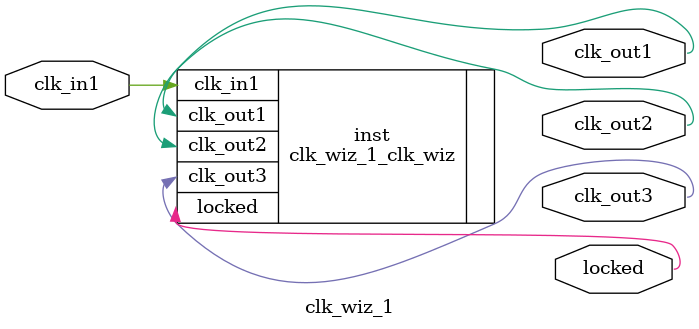
<source format=v>


`timescale 1ps/1ps

(* CORE_GENERATION_INFO = "clk_wiz_1,clk_wiz_v6_0_2_0_0,{component_name=clk_wiz_1,use_phase_alignment=false,use_min_o_jitter=false,use_max_i_jitter=false,use_dyn_phase_shift=false,use_inclk_switchover=false,use_dyn_reconfig=false,enable_axi=0,feedback_source=FDBK_ONCHIP,PRIMITIVE=PLL,num_out_clk=3,clkin1_period=20.000,clkin2_period=10.0,use_power_down=false,use_reset=false,use_locked=true,use_inclk_stopped=false,feedback_type=SINGLE,CLOCK_MGR_TYPE=NA,manual_override=false}" *)

module clk_wiz_1 
 (
  // Clock out ports
  output        clk_out1,
  output        clk_out2,
  output        clk_out3,
  // Status and control signals
  output        locked,
 // Clock in ports
  input         clk_in1
 );

  clk_wiz_1_clk_wiz inst
  (
  // Clock out ports  
  .clk_out1(clk_out1),
  .clk_out2(clk_out2),
  .clk_out3(clk_out3),
  // Status and control signals               
  .locked(locked),
 // Clock in ports
  .clk_in1(clk_in1)
  );

endmodule

</source>
